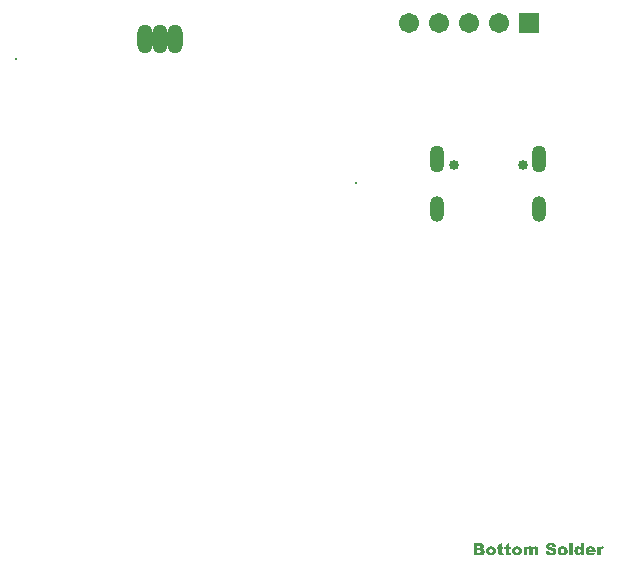
<source format=gbr>
%TF.GenerationSoftware,Altium Limited,Altium Designer,23.11.1 (41)*%
G04 Layer_Color=16711935*
%FSLAX26Y26*%
%MOIN*%
%TF.SameCoordinates,9526E2AF-B100-4743-A6B5-6A4C7E8B4C09*%
%TF.FilePolarity,Negative*%
%TF.FileFunction,Soldermask,Bot*%
%TF.Part,Single*%
G01*
G75*
%TA.AperFunction,ComponentPad*%
%ADD39C,0.033591*%
%ADD40O,0.049339X0.090677*%
%ADD41O,0.047370X0.086740*%
%ADD42R,0.067055X0.067055*%
%ADD43C,0.067055*%
%ADD44O,0.051622X0.096976*%
%TA.AperFunction,WasherPad*%
%ADD45C,0.008000*%
G36*
X1954396Y-1011811D02*
X1955052D01*
X1955773Y-1011876D01*
X1956626Y-1012007D01*
X1957479Y-1012073D01*
X1959381Y-1012467D01*
X1961284Y-1012991D01*
X1963186Y-1013647D01*
X1964039Y-1014107D01*
X1964826Y-1014631D01*
X1964891D01*
X1965023Y-1014763D01*
X1965219Y-1014959D01*
X1965482Y-1015156D01*
X1965810Y-1015484D01*
X1966138Y-1015878D01*
X1966532Y-1016271D01*
X1966991Y-1016796D01*
X1967384Y-1017387D01*
X1967778Y-1018108D01*
X1968237Y-1018830D01*
X1968565Y-1019617D01*
X1968959Y-1020535D01*
X1969221Y-1021519D01*
X1969484Y-1022569D01*
X1969680Y-1023684D01*
X1958069Y-1024340D01*
Y-1024209D01*
X1957938Y-1023881D01*
X1957807Y-1023422D01*
X1957610Y-1022831D01*
X1957348Y-1022175D01*
X1957020Y-1021519D01*
X1956560Y-1020929D01*
X1956035Y-1020404D01*
X1955970Y-1020339D01*
X1955773Y-1020207D01*
X1955445Y-1020011D01*
X1954986Y-1019748D01*
X1954396Y-1019551D01*
X1953674Y-1019355D01*
X1952887Y-1019223D01*
X1951903Y-1019158D01*
X1951575D01*
X1951181Y-1019223D01*
X1950656Y-1019289D01*
X1949607Y-1019551D01*
X1949082Y-1019748D01*
X1948623Y-1020076D01*
X1948557Y-1020142D01*
X1948492Y-1020207D01*
X1948295Y-1020404D01*
X1948098Y-1020667D01*
X1947770Y-1021388D01*
X1947639Y-1021847D01*
X1947573Y-1022307D01*
Y-1022372D01*
Y-1022438D01*
X1947704Y-1022897D01*
X1947967Y-1023422D01*
X1948164Y-1023750D01*
X1948492Y-1024012D01*
X1948557Y-1024078D01*
X1948688Y-1024143D01*
X1948951Y-1024275D01*
X1949344Y-1024471D01*
X1949869Y-1024734D01*
X1950591Y-1024996D01*
X1951509Y-1025259D01*
X1952624Y-1025521D01*
X1952690D01*
X1952952Y-1025587D01*
X1953411Y-1025718D01*
X1953936Y-1025783D01*
X1954592Y-1025980D01*
X1955380Y-1026177D01*
X1956232Y-1026374D01*
X1957151Y-1026571D01*
X1959053Y-1027161D01*
X1960956Y-1027751D01*
X1961874Y-1028079D01*
X1962727Y-1028407D01*
X1963514Y-1028735D01*
X1964236Y-1029063D01*
X1964301D01*
X1964367Y-1029129D01*
X1964563Y-1029260D01*
X1964826Y-1029391D01*
X1965416Y-1029785D01*
X1966204Y-1030244D01*
X1967056Y-1030900D01*
X1967909Y-1031687D01*
X1968696Y-1032540D01*
X1969352Y-1033459D01*
X1969418Y-1033590D01*
X1969615Y-1033918D01*
X1969877Y-1034443D01*
X1970205Y-1035164D01*
X1970467Y-1036083D01*
X1970730Y-1037067D01*
X1970927Y-1038182D01*
X1970992Y-1039363D01*
Y-1039428D01*
Y-1039559D01*
Y-1039756D01*
Y-1040019D01*
X1970861Y-1040740D01*
X1970730Y-1041724D01*
X1970467Y-1042774D01*
X1970074Y-1043955D01*
X1969549Y-1045201D01*
X1968828Y-1046447D01*
Y-1046513D01*
X1968762Y-1046579D01*
X1968434Y-1046972D01*
X1967975Y-1047563D01*
X1967319Y-1048284D01*
X1966466Y-1049071D01*
X1965416Y-1049859D01*
X1964236Y-1050646D01*
X1962858Y-1051367D01*
X1962792D01*
X1962661Y-1051433D01*
X1962464Y-1051499D01*
X1962202Y-1051630D01*
X1961808Y-1051761D01*
X1961349Y-1051892D01*
X1960824Y-1052023D01*
X1960234Y-1052155D01*
X1959578Y-1052351D01*
X1958856Y-1052483D01*
X1957216Y-1052745D01*
X1955314Y-1052942D01*
X1953215Y-1053007D01*
X1952231D01*
X1951575Y-1052942D01*
X1950722Y-1052876D01*
X1949803Y-1052811D01*
X1948754Y-1052679D01*
X1947639Y-1052548D01*
X1945277Y-1052089D01*
X1944096Y-1051761D01*
X1942916Y-1051367D01*
X1941800Y-1050908D01*
X1940816Y-1050383D01*
X1939832Y-1049793D01*
X1939045Y-1049137D01*
X1938979Y-1049071D01*
X1938848Y-1048940D01*
X1938651Y-1048743D01*
X1938455Y-1048415D01*
X1938127Y-1048022D01*
X1937799Y-1047563D01*
X1937405Y-1047038D01*
X1937012Y-1046382D01*
X1936618Y-1045726D01*
X1936224Y-1044939D01*
X1935503Y-1043299D01*
X1934978Y-1041331D01*
X1934781Y-1040281D01*
X1934650Y-1039166D01*
X1946392Y-1038379D01*
Y-1038510D01*
X1946458Y-1038838D01*
X1946589Y-1039363D01*
X1946720Y-1040019D01*
X1946917Y-1040740D01*
X1947179Y-1041462D01*
X1947507Y-1042118D01*
X1947901Y-1042774D01*
X1947967Y-1042905D01*
X1948295Y-1043167D01*
X1948688Y-1043495D01*
X1949344Y-1043955D01*
X1950131Y-1044414D01*
X1951050Y-1044742D01*
X1952165Y-1045004D01*
X1953411Y-1045135D01*
X1953871D01*
X1954330Y-1045070D01*
X1954920Y-1045004D01*
X1955576Y-1044873D01*
X1956298Y-1044611D01*
X1956954Y-1044348D01*
X1957544Y-1043955D01*
X1957610Y-1043889D01*
X1957741Y-1043758D01*
X1958004Y-1043495D01*
X1958266Y-1043102D01*
X1958528Y-1042708D01*
X1958791Y-1042183D01*
X1958922Y-1041659D01*
X1958987Y-1041068D01*
Y-1041003D01*
Y-1040806D01*
X1958922Y-1040478D01*
X1958791Y-1040150D01*
X1958659Y-1039691D01*
X1958397Y-1039231D01*
X1958069Y-1038772D01*
X1957610Y-1038313D01*
X1957544Y-1038247D01*
X1957348Y-1038116D01*
X1956888Y-1037854D01*
X1956298Y-1037526D01*
X1955445Y-1037198D01*
X1954920Y-1037001D01*
X1954330Y-1036804D01*
X1953674Y-1036607D01*
X1952952Y-1036345D01*
X1952165Y-1036148D01*
X1951247Y-1035951D01*
X1951181D01*
X1950919Y-1035886D01*
X1950459Y-1035755D01*
X1949935Y-1035623D01*
X1949279Y-1035427D01*
X1948492Y-1035230D01*
X1947639Y-1034967D01*
X1946720Y-1034705D01*
X1944818Y-1033983D01*
X1942916Y-1033196D01*
X1941997Y-1032737D01*
X1941144Y-1032212D01*
X1940357Y-1031687D01*
X1939636Y-1031163D01*
X1939570Y-1031097D01*
X1939504Y-1031031D01*
X1939307Y-1030835D01*
X1939111Y-1030638D01*
X1938520Y-1029982D01*
X1937930Y-1029063D01*
X1937274Y-1027948D01*
X1936684Y-1026636D01*
X1936290Y-1025127D01*
X1936224Y-1024275D01*
X1936159Y-1023422D01*
Y-1023356D01*
Y-1023291D01*
Y-1022897D01*
X1936224Y-1022307D01*
X1936355Y-1021519D01*
X1936618Y-1020667D01*
X1936880Y-1019683D01*
X1937340Y-1018699D01*
X1937930Y-1017649D01*
X1937995Y-1017518D01*
X1938258Y-1017190D01*
X1938651Y-1016665D01*
X1939242Y-1016075D01*
X1940029Y-1015353D01*
X1940947Y-1014631D01*
X1942063Y-1013975D01*
X1943309Y-1013319D01*
X1943375D01*
X1943506Y-1013254D01*
X1943703Y-1013188D01*
X1943965Y-1013057D01*
X1944359Y-1012926D01*
X1944752Y-1012795D01*
X1945277Y-1012663D01*
X1945868Y-1012532D01*
X1946589Y-1012401D01*
X1947311Y-1012270D01*
X1948098Y-1012139D01*
X1949016Y-1012007D01*
X1949935Y-1011876D01*
X1950919Y-1011811D01*
X1953149Y-1011745D01*
X1953871D01*
X1954396Y-1011811D01*
D02*
G37*
G36*
X2062767Y-1052351D02*
X2052336D01*
Y-1048087D01*
X2052271Y-1048219D01*
X2051943Y-1048547D01*
X2051549Y-1049006D01*
X2051024Y-1049596D01*
X2050434Y-1050187D01*
X2049712Y-1050777D01*
X2049056Y-1051367D01*
X2048335Y-1051761D01*
X2048204Y-1051827D01*
X2047941Y-1051958D01*
X2047416Y-1052155D01*
X2046760Y-1052351D01*
X2045973Y-1052614D01*
X2045120Y-1052811D01*
X2044071Y-1052942D01*
X2043021Y-1053007D01*
X2042431D01*
X2042037Y-1052942D01*
X2041578Y-1052876D01*
X2040987Y-1052745D01*
X2039676Y-1052417D01*
X2038232Y-1051892D01*
X2037445Y-1051564D01*
X2036724Y-1051105D01*
X2036002Y-1050580D01*
X2035280Y-1049990D01*
X2034559Y-1049334D01*
X2033968Y-1048547D01*
Y-1048481D01*
X2033837Y-1048350D01*
X2033706Y-1048087D01*
X2033509Y-1047759D01*
X2033247Y-1047300D01*
X2032984Y-1046775D01*
X2032722Y-1046185D01*
X2032459Y-1045463D01*
X2032131Y-1044742D01*
X2031869Y-1043889D01*
X2031607Y-1042971D01*
X2031344Y-1041987D01*
X2031016Y-1039887D01*
X2030951Y-1038772D01*
X2030885Y-1037591D01*
Y-1037526D01*
Y-1037263D01*
Y-1036935D01*
X2030951Y-1036411D01*
X2031016Y-1035820D01*
X2031082Y-1035099D01*
X2031148Y-1034377D01*
X2031344Y-1033524D01*
X2031738Y-1031753D01*
X2032328Y-1029982D01*
X2032722Y-1029063D01*
X2033181Y-1028211D01*
X2033706Y-1027358D01*
X2034296Y-1026636D01*
X2034362Y-1026571D01*
X2034428Y-1026439D01*
X2034624Y-1026308D01*
X2034952Y-1026046D01*
X2035280Y-1025718D01*
X2035674Y-1025390D01*
X2036133Y-1025062D01*
X2036724Y-1024668D01*
X2037970Y-1024012D01*
X2039479Y-1023356D01*
X2040332Y-1023094D01*
X2041184Y-1022963D01*
X2042103Y-1022831D01*
X2043087Y-1022766D01*
X2043546D01*
X2044005Y-1022831D01*
X2044661Y-1022897D01*
X2045383Y-1022963D01*
X2046104Y-1023159D01*
X2046957Y-1023356D01*
X2047744Y-1023684D01*
X2047810Y-1023750D01*
X2048138Y-1023815D01*
X2048532Y-1024078D01*
X2049056Y-1024340D01*
X2049647Y-1024668D01*
X2050237Y-1025127D01*
X2050893Y-1025652D01*
X2051549Y-1026308D01*
Y-1012401D01*
X2062767D01*
Y-1052351D01*
D02*
G37*
G36*
X1901784Y-1022831D02*
X1902178D01*
X1902637Y-1022897D01*
X1903687Y-1023094D01*
X1904802Y-1023422D01*
X1906048Y-1023947D01*
X1907229Y-1024668D01*
X1907754Y-1025062D01*
X1908279Y-1025587D01*
X1908410Y-1025718D01*
X1908541Y-1025849D01*
X1908672Y-1026111D01*
X1908869Y-1026374D01*
X1909131Y-1026767D01*
X1909328Y-1027227D01*
X1909591Y-1027686D01*
X1909853Y-1028276D01*
X1910050Y-1028867D01*
X1910312Y-1029588D01*
X1910509Y-1030375D01*
X1910640Y-1031228D01*
X1910772Y-1032147D01*
X1910903Y-1033131D01*
Y-1034180D01*
Y-1052351D01*
X1899751D01*
Y-1035886D01*
Y-1035820D01*
Y-1035558D01*
X1899685Y-1035230D01*
Y-1034771D01*
X1899423Y-1033787D01*
X1899226Y-1033327D01*
X1898964Y-1032934D01*
X1898898Y-1032868D01*
X1898767Y-1032671D01*
X1898504Y-1032475D01*
X1898176Y-1032147D01*
X1897783Y-1031884D01*
X1897323Y-1031687D01*
X1896799Y-1031491D01*
X1896208Y-1031425D01*
X1895880D01*
X1895552Y-1031491D01*
X1895093Y-1031622D01*
X1894568Y-1031753D01*
X1894043Y-1032015D01*
X1893519Y-1032409D01*
X1893060Y-1032868D01*
X1892994Y-1032934D01*
X1892863Y-1033131D01*
X1892666Y-1033459D01*
X1892469Y-1033983D01*
X1892272Y-1034639D01*
X1892075Y-1035427D01*
X1891944Y-1036345D01*
X1891879Y-1037460D01*
Y-1052351D01*
X1880727D01*
Y-1036476D01*
Y-1036411D01*
Y-1036148D01*
Y-1035820D01*
Y-1035427D01*
X1880595Y-1034574D01*
X1880530Y-1034180D01*
X1880464Y-1033852D01*
Y-1033787D01*
X1880399Y-1033655D01*
X1880202Y-1033262D01*
X1879808Y-1032671D01*
X1879218Y-1032147D01*
X1879152Y-1032081D01*
X1879087Y-1032015D01*
X1878890Y-1031884D01*
X1878628Y-1031753D01*
X1877972Y-1031556D01*
X1877643Y-1031425D01*
X1876856D01*
X1876528Y-1031491D01*
X1876069Y-1031622D01*
X1875610Y-1031753D01*
X1875085Y-1032015D01*
X1874560Y-1032409D01*
X1874035Y-1032868D01*
X1873970Y-1032934D01*
X1873839Y-1033131D01*
X1873642Y-1033524D01*
X1873445Y-1033983D01*
X1873248Y-1034639D01*
X1873052Y-1035492D01*
X1872920Y-1036476D01*
X1872855Y-1037657D01*
Y-1052351D01*
X1861703D01*
Y-1023422D01*
X1872068D01*
Y-1027686D01*
X1872199Y-1027555D01*
X1872461Y-1027227D01*
X1872920Y-1026767D01*
X1873445Y-1026243D01*
X1874167Y-1025587D01*
X1874888Y-1024996D01*
X1875741Y-1024406D01*
X1876594Y-1023947D01*
X1876725Y-1023881D01*
X1876987Y-1023750D01*
X1877512Y-1023553D01*
X1878168Y-1023356D01*
X1878956Y-1023159D01*
X1879874Y-1022963D01*
X1880924Y-1022831D01*
X1882104Y-1022766D01*
X1882695D01*
X1883285Y-1022831D01*
X1884072Y-1022897D01*
X1884991Y-1023094D01*
X1885843Y-1023291D01*
X1886762Y-1023619D01*
X1887549Y-1024012D01*
X1887615Y-1024078D01*
X1887877Y-1024275D01*
X1888271Y-1024537D01*
X1888730Y-1024931D01*
X1889255Y-1025455D01*
X1889845Y-1026111D01*
X1890370Y-1026833D01*
X1890895Y-1027686D01*
Y-1027620D01*
X1891026Y-1027555D01*
X1891354Y-1027227D01*
X1891813Y-1026767D01*
X1892469Y-1026111D01*
X1893191Y-1025521D01*
X1893978Y-1024865D01*
X1894831Y-1024275D01*
X1895618Y-1023815D01*
X1895749Y-1023750D01*
X1896012Y-1023619D01*
X1896471Y-1023487D01*
X1897127Y-1023291D01*
X1897914Y-1023094D01*
X1898832Y-1022897D01*
X1899816Y-1022831D01*
X1900997Y-1022766D01*
X1901456D01*
X1901784Y-1022831D01*
D02*
G37*
G36*
X2125218D02*
X2125874Y-1022963D01*
X2126661Y-1023159D01*
X2127579Y-1023422D01*
X2128629Y-1023815D01*
X2129679Y-1024340D01*
X2126202Y-1032212D01*
X2126136Y-1032147D01*
X2125874Y-1032081D01*
X2125546Y-1031950D01*
X2125087Y-1031753D01*
X2124103Y-1031491D01*
X2123578Y-1031425D01*
X2123119Y-1031359D01*
X2122791D01*
X2122397Y-1031425D01*
X2121872Y-1031556D01*
X2121347Y-1031819D01*
X2120823Y-1032147D01*
X2120232Y-1032606D01*
X2119773Y-1033196D01*
X2119707Y-1033327D01*
X2119642Y-1033459D01*
X2119511Y-1033721D01*
X2119380Y-1033983D01*
X2119248Y-1034377D01*
X2119052Y-1034836D01*
X2118920Y-1035361D01*
X2118789Y-1035951D01*
X2118592Y-1036673D01*
X2118461Y-1037395D01*
X2118330Y-1038313D01*
X2118199Y-1039231D01*
X2118133Y-1040281D01*
X2118068Y-1041462D01*
Y-1042708D01*
Y-1052351D01*
X2106916D01*
Y-1023422D01*
X2117280D01*
Y-1028145D01*
X2117346Y-1028079D01*
X2117543Y-1027686D01*
X2117871Y-1027161D01*
X2118264Y-1026505D01*
X2118724Y-1025783D01*
X2119248Y-1025127D01*
X2119773Y-1024471D01*
X2120363Y-1023947D01*
X2120429Y-1023881D01*
X2120626Y-1023750D01*
X2121019Y-1023553D01*
X2121479Y-1023356D01*
X2122003Y-1023159D01*
X2122660Y-1022963D01*
X2123447Y-1022831D01*
X2124300Y-1022766D01*
X2124759D01*
X2125218Y-1022831D01*
D02*
G37*
G36*
X2025244Y-1052351D02*
X2014091D01*
Y-1012401D01*
X2025244D01*
Y-1052351D01*
D02*
G37*
G36*
X1718957Y-1012467D02*
X1719416D01*
X1719941Y-1012532D01*
X1721253Y-1012729D01*
X1722696Y-1013123D01*
X1724139Y-1013647D01*
X1725583Y-1014303D01*
X1726239Y-1014763D01*
X1726829Y-1015287D01*
X1726895D01*
X1726960Y-1015419D01*
X1727354Y-1015812D01*
X1727813Y-1016403D01*
X1728403Y-1017255D01*
X1728994Y-1018305D01*
X1729519Y-1019486D01*
X1729847Y-1020863D01*
X1729912Y-1021585D01*
X1729978Y-1022372D01*
Y-1022438D01*
Y-1022503D01*
Y-1022700D01*
Y-1022963D01*
X1729847Y-1023619D01*
X1729716Y-1024471D01*
X1729453Y-1025390D01*
X1729060Y-1026439D01*
X1728469Y-1027489D01*
X1727747Y-1028473D01*
X1727682Y-1028539D01*
X1727485Y-1028735D01*
X1727091Y-1029063D01*
X1726632Y-1029457D01*
X1726042Y-1029851D01*
X1725255Y-1030310D01*
X1724402Y-1030769D01*
X1723418Y-1031163D01*
X1723484D01*
X1723615Y-1031228D01*
X1723812Y-1031294D01*
X1724139Y-1031359D01*
X1724927Y-1031622D01*
X1725845Y-1031950D01*
X1726895Y-1032475D01*
X1727944Y-1033065D01*
X1728928Y-1033787D01*
X1729781Y-1034705D01*
X1729847Y-1034836D01*
X1730109Y-1035164D01*
X1730437Y-1035689D01*
X1730831Y-1036411D01*
X1731159Y-1037329D01*
X1731487Y-1038379D01*
X1731749Y-1039625D01*
X1731815Y-1041003D01*
Y-1041068D01*
Y-1041134D01*
Y-1041527D01*
X1731749Y-1042118D01*
X1731618Y-1042905D01*
X1731421Y-1043758D01*
X1731159Y-1044676D01*
X1730831Y-1045660D01*
X1730306Y-1046644D01*
X1730240Y-1046775D01*
X1730043Y-1047038D01*
X1729716Y-1047497D01*
X1729256Y-1048022D01*
X1728732Y-1048678D01*
X1728010Y-1049268D01*
X1727288Y-1049924D01*
X1726370Y-1050515D01*
X1726304Y-1050580D01*
X1726108Y-1050646D01*
X1725714Y-1050843D01*
X1725255Y-1051039D01*
X1724599Y-1051236D01*
X1723746Y-1051433D01*
X1722828Y-1051630D01*
X1721712Y-1051827D01*
X1721515D01*
X1721319Y-1051892D01*
X1721056D01*
X1720335Y-1051958D01*
X1719416Y-1052089D01*
X1718498Y-1052155D01*
X1717580Y-1052286D01*
X1716792Y-1052351D01*
X1694882D01*
Y-1012401D01*
X1718498D01*
X1718957Y-1012467D01*
D02*
G37*
G36*
X2086055Y-1022831D02*
X2086645D01*
X2087301Y-1022897D01*
X2088023Y-1023028D01*
X2089597Y-1023225D01*
X2091237Y-1023553D01*
X2092811Y-1024012D01*
X2094255Y-1024668D01*
X2094320D01*
X2094386Y-1024734D01*
X2094583Y-1024865D01*
X2094845Y-1024996D01*
X2095501Y-1025455D01*
X2096288Y-1026046D01*
X2097207Y-1026833D01*
X2098125Y-1027817D01*
X2098978Y-1028932D01*
X2099765Y-1030179D01*
Y-1030244D01*
X2099831Y-1030310D01*
X2099962Y-1030572D01*
X2100093Y-1030835D01*
X2100224Y-1031163D01*
X2100356Y-1031622D01*
X2100552Y-1032081D01*
X2100749Y-1032671D01*
X2100880Y-1033262D01*
X2101077Y-1033983D01*
X2101405Y-1035558D01*
X2101602Y-1037395D01*
X2101668Y-1039428D01*
Y-1040675D01*
X2079429D01*
Y-1040806D01*
X2079495Y-1041134D01*
X2079560Y-1041593D01*
X2079691Y-1042183D01*
X2079888Y-1042839D01*
X2080151Y-1043495D01*
X2080413Y-1044151D01*
X2080807Y-1044676D01*
X2080872Y-1044742D01*
X2081135Y-1044939D01*
X2081463Y-1045267D01*
X2081922Y-1045595D01*
X2082578Y-1045923D01*
X2083300Y-1046251D01*
X2084087Y-1046447D01*
X2085005Y-1046513D01*
X2085267D01*
X2085595Y-1046447D01*
X2085989Y-1046382D01*
X2086448Y-1046316D01*
X2086973Y-1046185D01*
X2087564Y-1045988D01*
X2088088Y-1045726D01*
X2088154D01*
X2088220Y-1045595D01*
X2088416Y-1045463D01*
X2088679Y-1045267D01*
X2089007Y-1045070D01*
X2089335Y-1044742D01*
X2089663Y-1044348D01*
X2090056Y-1043889D01*
X2101012Y-1044873D01*
Y-1044939D01*
X2100880Y-1045070D01*
X2100749Y-1045267D01*
X2100552Y-1045595D01*
X2100028Y-1046382D01*
X2099306Y-1047300D01*
X2098387Y-1048350D01*
X2097338Y-1049399D01*
X2096223Y-1050383D01*
X2094911Y-1051171D01*
X2094845D01*
X2094780Y-1051236D01*
X2094517Y-1051367D01*
X2094255Y-1051433D01*
X2093861Y-1051564D01*
X2093468Y-1051761D01*
X2092943Y-1051892D01*
X2092352Y-1052089D01*
X2091631Y-1052286D01*
X2090909Y-1052417D01*
X2090056Y-1052548D01*
X2089138Y-1052745D01*
X2088154Y-1052811D01*
X2087104Y-1052942D01*
X2085989Y-1053007D01*
X2083890D01*
X2083365Y-1052942D01*
X2082840D01*
X2081528Y-1052811D01*
X2080085Y-1052614D01*
X2078576Y-1052351D01*
X2077068Y-1051958D01*
X2075756Y-1051433D01*
X2075690D01*
X2075624Y-1051367D01*
X2075231Y-1051105D01*
X2074575Y-1050711D01*
X2073853Y-1050187D01*
X2073000Y-1049465D01*
X2072082Y-1048612D01*
X2071164Y-1047563D01*
X2070311Y-1046316D01*
Y-1046251D01*
X2070245Y-1046185D01*
X2070114Y-1045988D01*
X2069983Y-1045660D01*
X2069786Y-1045332D01*
X2069655Y-1044939D01*
X2069261Y-1043955D01*
X2068802Y-1042708D01*
X2068474Y-1041331D01*
X2068211Y-1039691D01*
X2068146Y-1037985D01*
Y-1037919D01*
Y-1037657D01*
Y-1037329D01*
X2068211Y-1036870D01*
X2068277Y-1036279D01*
X2068408Y-1035623D01*
X2068539Y-1034836D01*
X2068671Y-1034049D01*
X2069195Y-1032278D01*
X2069523Y-1031359D01*
X2069983Y-1030441D01*
X2070442Y-1029523D01*
X2071032Y-1028670D01*
X2071688Y-1027751D01*
X2072476Y-1026964D01*
X2072541Y-1026899D01*
X2072672Y-1026767D01*
X2072935Y-1026571D01*
X2073263Y-1026308D01*
X2073722Y-1025980D01*
X2074247Y-1025652D01*
X2074903Y-1025259D01*
X2075624Y-1024865D01*
X2076412Y-1024471D01*
X2077330Y-1024078D01*
X2078314Y-1023750D01*
X2079363Y-1023422D01*
X2080544Y-1023159D01*
X2081791Y-1022963D01*
X2083103Y-1022831D01*
X2084480Y-1022766D01*
X2085530D01*
X2086055Y-1022831D01*
D02*
G37*
G36*
X1993034D02*
X1993755Y-1022897D01*
X1994608Y-1023028D01*
X1995527Y-1023159D01*
X1996511Y-1023422D01*
X1997560Y-1023684D01*
X1998676Y-1024012D01*
X1999725Y-1024406D01*
X2000840Y-1024865D01*
X2001890Y-1025455D01*
X2002939Y-1026177D01*
X2003924Y-1026899D01*
X2004776Y-1027817D01*
X2004842Y-1027883D01*
X2004908Y-1028014D01*
X2005104Y-1028211D01*
X2005367Y-1028539D01*
X2005629Y-1028932D01*
X2005891Y-1029391D01*
X2006219Y-1029982D01*
X2006613Y-1030572D01*
X2006941Y-1031294D01*
X2007269Y-1032081D01*
X2007794Y-1033787D01*
X2008253Y-1035689D01*
X2008319Y-1036739D01*
X2008384Y-1037854D01*
Y-1037919D01*
Y-1038116D01*
Y-1038510D01*
X2008319Y-1038969D01*
X2008253Y-1039494D01*
X2008122Y-1040150D01*
X2007991Y-1040871D01*
X2007860Y-1041724D01*
X2007269Y-1043430D01*
X2006941Y-1044348D01*
X2006482Y-1045267D01*
X2006023Y-1046185D01*
X2005367Y-1047038D01*
X2004711Y-1047891D01*
X2003924Y-1048743D01*
X2003858Y-1048809D01*
X2003727Y-1048940D01*
X2003464Y-1049137D01*
X2003136Y-1049399D01*
X2002677Y-1049727D01*
X2002087Y-1050121D01*
X2001431Y-1050449D01*
X2000709Y-1050843D01*
X1999922Y-1051302D01*
X1998938Y-1051630D01*
X1997954Y-1052023D01*
X1996839Y-1052351D01*
X1995658Y-1052614D01*
X1994411Y-1052811D01*
X1993100Y-1052942D01*
X1991656Y-1053007D01*
X1991000D01*
X1990476Y-1052942D01*
X1989885Y-1052876D01*
X1989229Y-1052811D01*
X1988442Y-1052745D01*
X1987589Y-1052548D01*
X1985818Y-1052155D01*
X1983916Y-1051564D01*
X1982997Y-1051171D01*
X1982013Y-1050646D01*
X1981160Y-1050121D01*
X1980307Y-1049531D01*
X1980242Y-1049465D01*
X1980111Y-1049334D01*
X1979848Y-1049071D01*
X1979520Y-1048743D01*
X1979061Y-1048284D01*
X1978668Y-1047759D01*
X1978143Y-1047169D01*
X1977684Y-1046447D01*
X1977224Y-1045660D01*
X1976699Y-1044807D01*
X1976306Y-1043823D01*
X1975912Y-1042774D01*
X1975519Y-1041724D01*
X1975256Y-1040543D01*
X1975125Y-1039297D01*
X1975060Y-1037985D01*
Y-1037919D01*
Y-1037723D01*
Y-1037329D01*
X1975125Y-1036870D01*
X1975191Y-1036345D01*
X1975322Y-1035689D01*
X1975453Y-1034902D01*
X1975650Y-1034115D01*
X1976175Y-1032409D01*
X1976503Y-1031491D01*
X1976962Y-1030572D01*
X1977487Y-1029654D01*
X1978077Y-1028801D01*
X1978733Y-1027948D01*
X1979520Y-1027095D01*
X1979586Y-1027030D01*
X1979717Y-1026899D01*
X1979979Y-1026702D01*
X1980307Y-1026439D01*
X1980767Y-1026111D01*
X1981357Y-1025718D01*
X1981947Y-1025324D01*
X1982735Y-1024931D01*
X1983522Y-1024537D01*
X1984440Y-1024143D01*
X1985424Y-1023750D01*
X1986474Y-1023422D01*
X1987655Y-1023159D01*
X1988901Y-1022963D01*
X1990213Y-1022831D01*
X1991591Y-1022766D01*
X1992444D01*
X1993034Y-1022831D01*
D02*
G37*
G36*
X1840973D02*
X1841695Y-1022897D01*
X1842547Y-1023028D01*
X1843466Y-1023159D01*
X1844450Y-1023422D01*
X1845499Y-1023684D01*
X1846615Y-1024012D01*
X1847664Y-1024406D01*
X1848780Y-1024865D01*
X1849829Y-1025455D01*
X1850879Y-1026177D01*
X1851863Y-1026899D01*
X1852716Y-1027817D01*
X1852781Y-1027883D01*
X1852847Y-1028014D01*
X1853043Y-1028211D01*
X1853306Y-1028539D01*
X1853568Y-1028932D01*
X1853831Y-1029391D01*
X1854159Y-1029982D01*
X1854552Y-1030572D01*
X1854880Y-1031294D01*
X1855208Y-1032081D01*
X1855733Y-1033787D01*
X1856192Y-1035689D01*
X1856258Y-1036739D01*
X1856323Y-1037854D01*
Y-1037919D01*
Y-1038116D01*
Y-1038510D01*
X1856258Y-1038969D01*
X1856192Y-1039494D01*
X1856061Y-1040150D01*
X1855930Y-1040871D01*
X1855799Y-1041724D01*
X1855208Y-1043430D01*
X1854880Y-1044348D01*
X1854421Y-1045267D01*
X1853962Y-1046185D01*
X1853306Y-1047038D01*
X1852650Y-1047891D01*
X1851863Y-1048743D01*
X1851797Y-1048809D01*
X1851666Y-1048940D01*
X1851403Y-1049137D01*
X1851075Y-1049399D01*
X1850616Y-1049727D01*
X1850026Y-1050121D01*
X1849370Y-1050449D01*
X1848648Y-1050843D01*
X1847861Y-1051302D01*
X1846877Y-1051630D01*
X1845893Y-1052023D01*
X1844778Y-1052351D01*
X1843597Y-1052614D01*
X1842351Y-1052811D01*
X1841039Y-1052942D01*
X1839595Y-1053007D01*
X1838939D01*
X1838415Y-1052942D01*
X1837824Y-1052876D01*
X1837168Y-1052811D01*
X1836381Y-1052745D01*
X1835528Y-1052548D01*
X1833757Y-1052155D01*
X1831855Y-1051564D01*
X1830936Y-1051171D01*
X1829952Y-1050646D01*
X1829100Y-1050121D01*
X1828247Y-1049531D01*
X1828181Y-1049465D01*
X1828050Y-1049334D01*
X1827787Y-1049071D01*
X1827459Y-1048743D01*
X1827000Y-1048284D01*
X1826607Y-1047759D01*
X1826082Y-1047169D01*
X1825623Y-1046447D01*
X1825164Y-1045660D01*
X1824639Y-1044807D01*
X1824245Y-1043823D01*
X1823851Y-1042774D01*
X1823458Y-1041724D01*
X1823196Y-1040543D01*
X1823064Y-1039297D01*
X1822999Y-1037985D01*
Y-1037919D01*
Y-1037723D01*
Y-1037329D01*
X1823064Y-1036870D01*
X1823130Y-1036345D01*
X1823261Y-1035689D01*
X1823392Y-1034902D01*
X1823589Y-1034115D01*
X1824114Y-1032409D01*
X1824442Y-1031491D01*
X1824901Y-1030572D01*
X1825426Y-1029654D01*
X1826016Y-1028801D01*
X1826672Y-1027948D01*
X1827459Y-1027095D01*
X1827525Y-1027030D01*
X1827656Y-1026899D01*
X1827919Y-1026702D01*
X1828247Y-1026439D01*
X1828706Y-1026111D01*
X1829296Y-1025718D01*
X1829887Y-1025324D01*
X1830674Y-1024931D01*
X1831461Y-1024537D01*
X1832380Y-1024143D01*
X1833363Y-1023750D01*
X1834413Y-1023422D01*
X1835594Y-1023159D01*
X1836840Y-1022963D01*
X1838152Y-1022831D01*
X1839530Y-1022766D01*
X1840383D01*
X1840973Y-1022831D01*
D02*
G37*
G36*
X1813027Y-1023422D02*
X1819128D01*
Y-1031556D01*
X1813027D01*
Y-1041790D01*
Y-1041855D01*
Y-1042052D01*
Y-1042380D01*
X1813093Y-1042774D01*
X1813159Y-1043561D01*
X1813224Y-1043955D01*
X1813355Y-1044217D01*
Y-1044283D01*
X1813487Y-1044348D01*
X1813815Y-1044676D01*
X1814077Y-1044873D01*
X1814405Y-1045004D01*
X1814799Y-1045070D01*
X1815258Y-1045135D01*
X1815520D01*
X1815783Y-1045070D01*
X1816176D01*
X1816636Y-1045004D01*
X1817226Y-1044873D01*
X1817882Y-1044676D01*
X1818669Y-1044479D01*
X1819522Y-1052155D01*
X1819456D01*
X1819325Y-1052220D01*
X1819128D01*
X1818800Y-1052286D01*
X1818472Y-1052351D01*
X1818013Y-1052417D01*
X1817029Y-1052548D01*
X1815848Y-1052745D01*
X1814536Y-1052876D01*
X1813159Y-1052942D01*
X1811781Y-1053007D01*
X1811125D01*
X1810403Y-1052942D01*
X1809485Y-1052876D01*
X1808501Y-1052745D01*
X1807451Y-1052548D01*
X1806533Y-1052286D01*
X1805680Y-1051958D01*
X1805615Y-1051892D01*
X1805352Y-1051761D01*
X1805024Y-1051499D01*
X1804565Y-1051171D01*
X1804106Y-1050711D01*
X1803647Y-1050187D01*
X1803188Y-1049531D01*
X1802794Y-1048743D01*
X1802728Y-1048612D01*
X1802663Y-1048350D01*
X1802532Y-1047825D01*
X1802335Y-1047038D01*
X1802138Y-1046054D01*
X1802007Y-1044873D01*
X1801941Y-1043430D01*
X1801876Y-1041724D01*
Y-1031556D01*
X1797808D01*
Y-1023422D01*
X1801876D01*
Y-1018108D01*
X1813027Y-1012401D01*
Y-1023422D01*
D02*
G37*
G36*
X1788231D02*
X1794332D01*
Y-1031556D01*
X1788231D01*
Y-1041790D01*
Y-1041855D01*
Y-1042052D01*
Y-1042380D01*
X1788296Y-1042774D01*
X1788362Y-1043561D01*
X1788428Y-1043955D01*
X1788559Y-1044217D01*
Y-1044283D01*
X1788690Y-1044348D01*
X1789018Y-1044676D01*
X1789280Y-1044873D01*
X1789608Y-1045004D01*
X1790002Y-1045070D01*
X1790461Y-1045135D01*
X1790724D01*
X1790986Y-1045070D01*
X1791380D01*
X1791839Y-1045004D01*
X1792429Y-1044873D01*
X1793085Y-1044676D01*
X1793872Y-1044479D01*
X1794725Y-1052155D01*
X1794659D01*
X1794528Y-1052220D01*
X1794332D01*
X1794004Y-1052286D01*
X1793676Y-1052351D01*
X1793216Y-1052417D01*
X1792232Y-1052548D01*
X1791052Y-1052745D01*
X1789739Y-1052876D01*
X1788362Y-1052942D01*
X1786984Y-1053007D01*
X1786328D01*
X1785607Y-1052942D01*
X1784688Y-1052876D01*
X1783704Y-1052745D01*
X1782655Y-1052548D01*
X1781736Y-1052286D01*
X1780883Y-1051958D01*
X1780818Y-1051892D01*
X1780555Y-1051761D01*
X1780227Y-1051499D01*
X1779768Y-1051171D01*
X1779309Y-1050711D01*
X1778850Y-1050187D01*
X1778391Y-1049531D01*
X1777997Y-1048743D01*
X1777931Y-1048612D01*
X1777866Y-1048350D01*
X1777735Y-1047825D01*
X1777538Y-1047038D01*
X1777341Y-1046054D01*
X1777210Y-1044873D01*
X1777144Y-1043430D01*
X1777079Y-1041724D01*
Y-1031556D01*
X1773012D01*
Y-1023422D01*
X1777079D01*
Y-1018108D01*
X1788231Y-1012401D01*
Y-1023422D01*
D02*
G37*
G36*
X1754119Y-1022831D02*
X1754840Y-1022897D01*
X1755693Y-1023028D01*
X1756611Y-1023159D01*
X1757595Y-1023422D01*
X1758645Y-1023684D01*
X1759760Y-1024012D01*
X1760810Y-1024406D01*
X1761925Y-1024865D01*
X1762975Y-1025455D01*
X1764024Y-1026177D01*
X1765008Y-1026899D01*
X1765861Y-1027817D01*
X1765927Y-1027883D01*
X1765992Y-1028014D01*
X1766189Y-1028211D01*
X1766451Y-1028539D01*
X1766714Y-1028932D01*
X1766976Y-1029391D01*
X1767304Y-1029982D01*
X1767698Y-1030572D01*
X1768026Y-1031294D01*
X1768354Y-1032081D01*
X1768879Y-1033787D01*
X1769338Y-1035689D01*
X1769403Y-1036739D01*
X1769469Y-1037854D01*
Y-1037919D01*
Y-1038116D01*
Y-1038510D01*
X1769403Y-1038969D01*
X1769338Y-1039494D01*
X1769207Y-1040150D01*
X1769075Y-1040871D01*
X1768944Y-1041724D01*
X1768354Y-1043430D01*
X1768026Y-1044348D01*
X1767567Y-1045267D01*
X1767108Y-1046185D01*
X1766451Y-1047038D01*
X1765795Y-1047891D01*
X1765008Y-1048743D01*
X1764943Y-1048809D01*
X1764812Y-1048940D01*
X1764549Y-1049137D01*
X1764221Y-1049399D01*
X1763762Y-1049727D01*
X1763171Y-1050121D01*
X1762515Y-1050449D01*
X1761794Y-1050843D01*
X1761007Y-1051302D01*
X1760023Y-1051630D01*
X1759039Y-1052023D01*
X1757924Y-1052351D01*
X1756743Y-1052614D01*
X1755496Y-1052811D01*
X1754184Y-1052942D01*
X1752741Y-1053007D01*
X1752085D01*
X1751560Y-1052942D01*
X1750970Y-1052876D01*
X1750314Y-1052811D01*
X1749527Y-1052745D01*
X1748674Y-1052548D01*
X1746903Y-1052155D01*
X1745000Y-1051564D01*
X1744082Y-1051171D01*
X1743098Y-1050646D01*
X1742245Y-1050121D01*
X1741392Y-1049531D01*
X1741327Y-1049465D01*
X1741196Y-1049334D01*
X1740933Y-1049071D01*
X1740605Y-1048743D01*
X1740146Y-1048284D01*
X1739752Y-1047759D01*
X1739227Y-1047169D01*
X1738768Y-1046447D01*
X1738309Y-1045660D01*
X1737784Y-1044807D01*
X1737391Y-1043823D01*
X1736997Y-1042774D01*
X1736603Y-1041724D01*
X1736341Y-1040543D01*
X1736210Y-1039297D01*
X1736144Y-1037985D01*
Y-1037919D01*
Y-1037723D01*
Y-1037329D01*
X1736210Y-1036870D01*
X1736275Y-1036345D01*
X1736407Y-1035689D01*
X1736538Y-1034902D01*
X1736735Y-1034115D01*
X1737259Y-1032409D01*
X1737588Y-1031491D01*
X1738047Y-1030572D01*
X1738572Y-1029654D01*
X1739162Y-1028801D01*
X1739818Y-1027948D01*
X1740605Y-1027095D01*
X1740671Y-1027030D01*
X1740802Y-1026899D01*
X1741064Y-1026702D01*
X1741392Y-1026439D01*
X1741851Y-1026111D01*
X1742442Y-1025718D01*
X1743032Y-1025324D01*
X1743820Y-1024931D01*
X1744607Y-1024537D01*
X1745525Y-1024143D01*
X1746509Y-1023750D01*
X1747559Y-1023422D01*
X1748739Y-1023159D01*
X1749986Y-1022963D01*
X1751298Y-1022831D01*
X1752676Y-1022766D01*
X1753528D01*
X1754119Y-1022831D01*
D02*
G37*
%LPC*%
G36*
X2046498Y-1031031D02*
X2046170D01*
X2045776Y-1031097D01*
X2045383Y-1031228D01*
X2044858Y-1031425D01*
X2044267Y-1031753D01*
X2043743Y-1032147D01*
X2043218Y-1032671D01*
X2043152Y-1032737D01*
X2043021Y-1032999D01*
X2042824Y-1033393D01*
X2042628Y-1033983D01*
X2042365Y-1034705D01*
X2042168Y-1035623D01*
X2042037Y-1036739D01*
X2041972Y-1038051D01*
Y-1038116D01*
Y-1038182D01*
Y-1038379D01*
Y-1038641D01*
X2042037Y-1039231D01*
X2042168Y-1040019D01*
X2042300Y-1040871D01*
X2042496Y-1041724D01*
X2042824Y-1042511D01*
X2043284Y-1043233D01*
X2043349Y-1043299D01*
X2043546Y-1043495D01*
X2043808Y-1043758D01*
X2044202Y-1044020D01*
X2044727Y-1044348D01*
X2045252Y-1044611D01*
X2045908Y-1044807D01*
X2046629Y-1044873D01*
X2046957D01*
X2047351Y-1044807D01*
X2047876Y-1044676D01*
X2048400Y-1044479D01*
X2048991Y-1044151D01*
X2049581Y-1043758D01*
X2050171Y-1043233D01*
X2050237Y-1043167D01*
X2050368Y-1042905D01*
X2050631Y-1042511D01*
X2050893Y-1041921D01*
X2051155Y-1041199D01*
X2051418Y-1040281D01*
X2051549Y-1039166D01*
X2051615Y-1037854D01*
Y-1037788D01*
Y-1037723D01*
Y-1037263D01*
X2051549Y-1036673D01*
X2051418Y-1035951D01*
X2051287Y-1035099D01*
X2051024Y-1034246D01*
X2050631Y-1033459D01*
X2050171Y-1032737D01*
X2050106Y-1032671D01*
X2049909Y-1032475D01*
X2049581Y-1032212D01*
X2049188Y-1031884D01*
X2048663Y-1031556D01*
X2048007Y-1031294D01*
X2047285Y-1031097D01*
X2046498Y-1031031D01*
D02*
G37*
G36*
X1712725Y-1020470D02*
X1707346D01*
Y-1028079D01*
X1713119D01*
X1713643Y-1028014D01*
X1714234Y-1027948D01*
X1714890Y-1027817D01*
X1715546Y-1027686D01*
X1716202Y-1027423D01*
X1716661Y-1027095D01*
X1716727Y-1027030D01*
X1716858Y-1026899D01*
X1717055Y-1026702D01*
X1717252Y-1026374D01*
X1717448Y-1025980D01*
X1717645Y-1025455D01*
X1717776Y-1024865D01*
X1717842Y-1024209D01*
Y-1024143D01*
Y-1023947D01*
X1717776Y-1023619D01*
X1717711Y-1023225D01*
X1717580Y-1022831D01*
X1717317Y-1022372D01*
X1717055Y-1021913D01*
X1716661Y-1021519D01*
X1716595Y-1021454D01*
X1716464Y-1021323D01*
X1716136Y-1021191D01*
X1715743Y-1020995D01*
X1715218Y-1020798D01*
X1714562Y-1020601D01*
X1713709Y-1020535D01*
X1712725Y-1020470D01*
D02*
G37*
G36*
X1713578Y-1035689D02*
X1707346D01*
Y-1043758D01*
X1714103D01*
X1714693Y-1043692D01*
X1715349Y-1043627D01*
X1716071Y-1043495D01*
X1716858Y-1043299D01*
X1717514Y-1043036D01*
X1718104Y-1042643D01*
X1718170Y-1042577D01*
X1718301Y-1042446D01*
X1718498Y-1042183D01*
X1718760Y-1041855D01*
X1719023Y-1041396D01*
X1719219Y-1040871D01*
X1719351Y-1040281D01*
X1719416Y-1039625D01*
Y-1039559D01*
Y-1039297D01*
X1719351Y-1039035D01*
X1719285Y-1038575D01*
X1719088Y-1038182D01*
X1718891Y-1037657D01*
X1718563Y-1037198D01*
X1718104Y-1036804D01*
X1718039Y-1036739D01*
X1717842Y-1036607D01*
X1717514Y-1036476D01*
X1717055Y-1036214D01*
X1716399Y-1036017D01*
X1715611Y-1035886D01*
X1714693Y-1035755D01*
X1713578Y-1035689D01*
D02*
G37*
G36*
X2084939Y-1029326D02*
X2084480D01*
X2084021Y-1029457D01*
X2083431Y-1029588D01*
X2082775Y-1029851D01*
X2082053Y-1030244D01*
X2081331Y-1030769D01*
X2080675Y-1031491D01*
X2080610Y-1031556D01*
X2080544Y-1031753D01*
X2080347Y-1032015D01*
X2080151Y-1032475D01*
X2079954Y-1032999D01*
X2079757Y-1033655D01*
X2079560Y-1034443D01*
X2079429Y-1035361D01*
X2090384D01*
Y-1035295D01*
Y-1035230D01*
X2090319Y-1034836D01*
X2090188Y-1034246D01*
X2090056Y-1033590D01*
X2089794Y-1032803D01*
X2089532Y-1032081D01*
X2089138Y-1031359D01*
X2088613Y-1030769D01*
X2088548Y-1030703D01*
X2088351Y-1030572D01*
X2088088Y-1030310D01*
X2087629Y-1030047D01*
X2087104Y-1029785D01*
X2086514Y-1029523D01*
X2085727Y-1029391D01*
X2084939Y-1029326D01*
D02*
G37*
G36*
X1991787Y-1030375D02*
X1991394D01*
X1990935Y-1030441D01*
X1990410Y-1030638D01*
X1989754Y-1030835D01*
X1989098Y-1031163D01*
X1988442Y-1031622D01*
X1987786Y-1032278D01*
X1987720Y-1032343D01*
X1987524Y-1032606D01*
X1987261Y-1033065D01*
X1986999Y-1033721D01*
X1986736Y-1034508D01*
X1986474Y-1035492D01*
X1986277Y-1036673D01*
X1986211Y-1037985D01*
Y-1038051D01*
Y-1038182D01*
Y-1038379D01*
Y-1038641D01*
X1986277Y-1039297D01*
X1986408Y-1040150D01*
X1986605Y-1041068D01*
X1986868Y-1042052D01*
X1987196Y-1042905D01*
X1987720Y-1043692D01*
X1987786Y-1043758D01*
X1987983Y-1043955D01*
X1988376Y-1044283D01*
X1988835Y-1044611D01*
X1989360Y-1044939D01*
X1990082Y-1045267D01*
X1990869Y-1045463D01*
X1991722Y-1045529D01*
X1992116D01*
X1992575Y-1045463D01*
X1993100Y-1045332D01*
X1993755Y-1045070D01*
X1994411Y-1044807D01*
X1995068Y-1044348D01*
X1995658Y-1043758D01*
X1995724Y-1043692D01*
X1995920Y-1043430D01*
X1996183Y-1042971D01*
X1996445Y-1042315D01*
X1996707Y-1041527D01*
X1996970Y-1040478D01*
X1997167Y-1039297D01*
X1997232Y-1037854D01*
Y-1037788D01*
Y-1037657D01*
Y-1037526D01*
Y-1037263D01*
X1997167Y-1036542D01*
X1997035Y-1035755D01*
X1996839Y-1034836D01*
X1996576Y-1033918D01*
X1996183Y-1033065D01*
X1995658Y-1032278D01*
X1995592Y-1032212D01*
X1995396Y-1031950D01*
X1995068Y-1031687D01*
X1994608Y-1031294D01*
X1994018Y-1030966D01*
X1993362Y-1030638D01*
X1992640Y-1030441D01*
X1991787Y-1030375D01*
D02*
G37*
G36*
X1839727D02*
X1839333D01*
X1838874Y-1030441D01*
X1838349Y-1030638D01*
X1837693Y-1030835D01*
X1837037Y-1031163D01*
X1836381Y-1031622D01*
X1835725Y-1032278D01*
X1835659Y-1032343D01*
X1835463Y-1032606D01*
X1835200Y-1033065D01*
X1834938Y-1033721D01*
X1834676Y-1034508D01*
X1834413Y-1035492D01*
X1834216Y-1036673D01*
X1834151Y-1037985D01*
Y-1038051D01*
Y-1038182D01*
Y-1038379D01*
Y-1038641D01*
X1834216Y-1039297D01*
X1834348Y-1040150D01*
X1834544Y-1041068D01*
X1834807Y-1042052D01*
X1835135Y-1042905D01*
X1835659Y-1043692D01*
X1835725Y-1043758D01*
X1835922Y-1043955D01*
X1836315Y-1044283D01*
X1836775Y-1044611D01*
X1837300Y-1044939D01*
X1838021Y-1045267D01*
X1838808Y-1045463D01*
X1839661Y-1045529D01*
X1840055D01*
X1840514Y-1045463D01*
X1841039Y-1045332D01*
X1841695Y-1045070D01*
X1842351Y-1044807D01*
X1843007Y-1044348D01*
X1843597Y-1043758D01*
X1843663Y-1043692D01*
X1843860Y-1043430D01*
X1844122Y-1042971D01*
X1844384Y-1042315D01*
X1844647Y-1041527D01*
X1844909Y-1040478D01*
X1845106Y-1039297D01*
X1845171Y-1037854D01*
Y-1037788D01*
Y-1037657D01*
Y-1037526D01*
Y-1037263D01*
X1845106Y-1036542D01*
X1844975Y-1035755D01*
X1844778Y-1034836D01*
X1844515Y-1033918D01*
X1844122Y-1033065D01*
X1843597Y-1032278D01*
X1843532Y-1032212D01*
X1843335Y-1031950D01*
X1843007Y-1031687D01*
X1842547Y-1031294D01*
X1841957Y-1030966D01*
X1841301Y-1030638D01*
X1840580Y-1030441D01*
X1839727Y-1030375D01*
D02*
G37*
G36*
X1752872D02*
X1752479D01*
X1752020Y-1030441D01*
X1751495Y-1030638D01*
X1750839Y-1030835D01*
X1750183Y-1031163D01*
X1749527Y-1031622D01*
X1748871Y-1032278D01*
X1748805Y-1032343D01*
X1748608Y-1032606D01*
X1748346Y-1033065D01*
X1748083Y-1033721D01*
X1747821Y-1034508D01*
X1747559Y-1035492D01*
X1747362Y-1036673D01*
X1747296Y-1037985D01*
Y-1038051D01*
Y-1038182D01*
Y-1038379D01*
Y-1038641D01*
X1747362Y-1039297D01*
X1747493Y-1040150D01*
X1747690Y-1041068D01*
X1747952Y-1042052D01*
X1748280Y-1042905D01*
X1748805Y-1043692D01*
X1748871Y-1043758D01*
X1749068Y-1043955D01*
X1749461Y-1044283D01*
X1749920Y-1044611D01*
X1750445Y-1044939D01*
X1751167Y-1045267D01*
X1751954Y-1045463D01*
X1752807Y-1045529D01*
X1753200D01*
X1753659Y-1045463D01*
X1754184Y-1045332D01*
X1754840Y-1045070D01*
X1755496Y-1044807D01*
X1756152Y-1044348D01*
X1756743Y-1043758D01*
X1756808Y-1043692D01*
X1757005Y-1043430D01*
X1757267Y-1042971D01*
X1757530Y-1042315D01*
X1757792Y-1041527D01*
X1758055Y-1040478D01*
X1758252Y-1039297D01*
X1758317Y-1037854D01*
Y-1037788D01*
Y-1037657D01*
Y-1037526D01*
Y-1037263D01*
X1758252Y-1036542D01*
X1758120Y-1035755D01*
X1757924Y-1034836D01*
X1757661Y-1033918D01*
X1757267Y-1033065D01*
X1756743Y-1032278D01*
X1756677Y-1032212D01*
X1756480Y-1031950D01*
X1756152Y-1031687D01*
X1755693Y-1031294D01*
X1755103Y-1030966D01*
X1754447Y-1030638D01*
X1753725Y-1030441D01*
X1752872Y-1030375D01*
D02*
G37*
%LPD*%
D39*
X1630315Y247244D02*
D03*
X1857874D02*
D03*
D40*
X1914173Y266929D02*
D03*
X1574016D02*
D03*
D41*
X1914173Y102362D02*
D03*
X1574016D02*
D03*
D42*
X1881102Y720472D02*
D03*
D43*
X1781102D02*
D03*
X1681102D02*
D03*
X1581102D02*
D03*
X1481102D02*
D03*
D44*
X600000Y669680D02*
D03*
X700000D02*
D03*
X650000D02*
D03*
D45*
X1303150Y188976D02*
D03*
X169291Y602362D02*
D03*
%TF.MD5,2f1029c72e05addac26918defc225d6e*%
M02*

</source>
